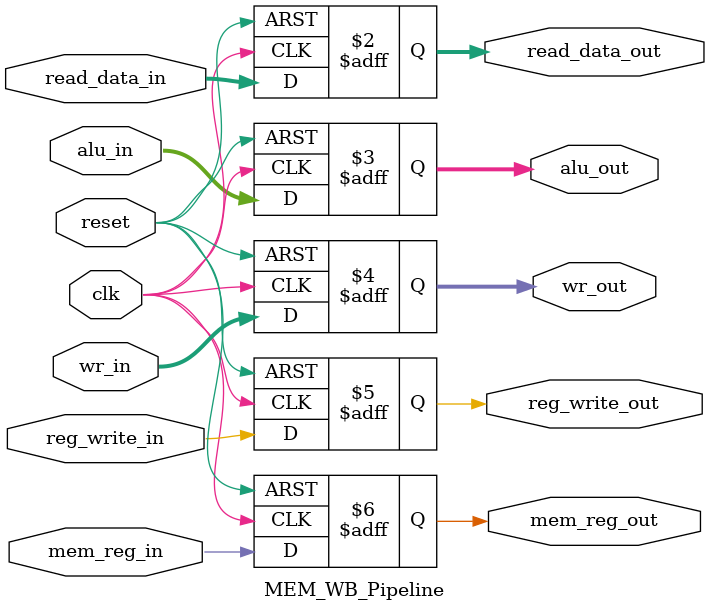
<source format=v>
`timescale 1ns / 1ps

module MEM_WB_Pipeline(
    input clk,reset,
    input [31:0] read_data_in,alu_in,
    input [4:0] wr_in,
    input reg_write_in,
    input mem_reg_in,
    output reg [31:0] read_data_out,alu_out,
    output reg [4:0] wr_out,
    output reg reg_write_out,mem_reg_out
    );
    
    always @(posedge clk or posedge reset)
    begin
        if(reset)
        begin
            read_data_out<=0;
            alu_out<=0;
            wr_out<=0;
            reg_write_out<=0;
            mem_reg_out<=0;
        end
        else
        begin
            read_data_out<=read_data_in;
            alu_out<=alu_in;
            wr_out<=wr_in;
            reg_write_out<=reg_write_in;
            mem_reg_out<=mem_reg_in;
        end
    end
    
endmodule

</source>
